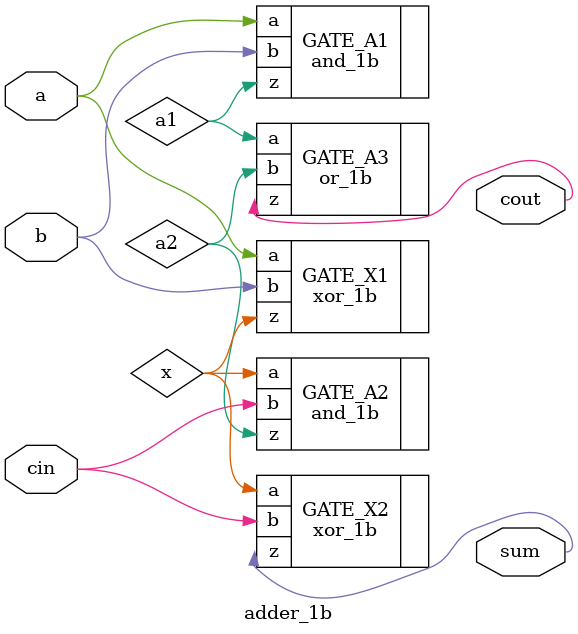
<source format=v>
module adder_1b(a, b, cin, sum, cout);
  input a, b, cin;
  output sum, cout;
  wire x, a1, a2;
  
  xor_1b GATE_X1(
	.a (a),
	.b (b),
	.z (x)
  );
  
  xor_1b GATE_X2(
	.a (x),
	.b (cin),
	.z (sum)
  );
  
  and_1b GATE_A1(
	.a (a),
	.b (b),
	.z (a1)
  );
  
  and_1b GATE_A2(
	.a (x),
	.b (cin),
	.z (a2)
  );
  
  or_1b GATE_A3(
	.a (a1),
	.b (a2),
	.z (cout)
  );
  
endmodule
</source>
